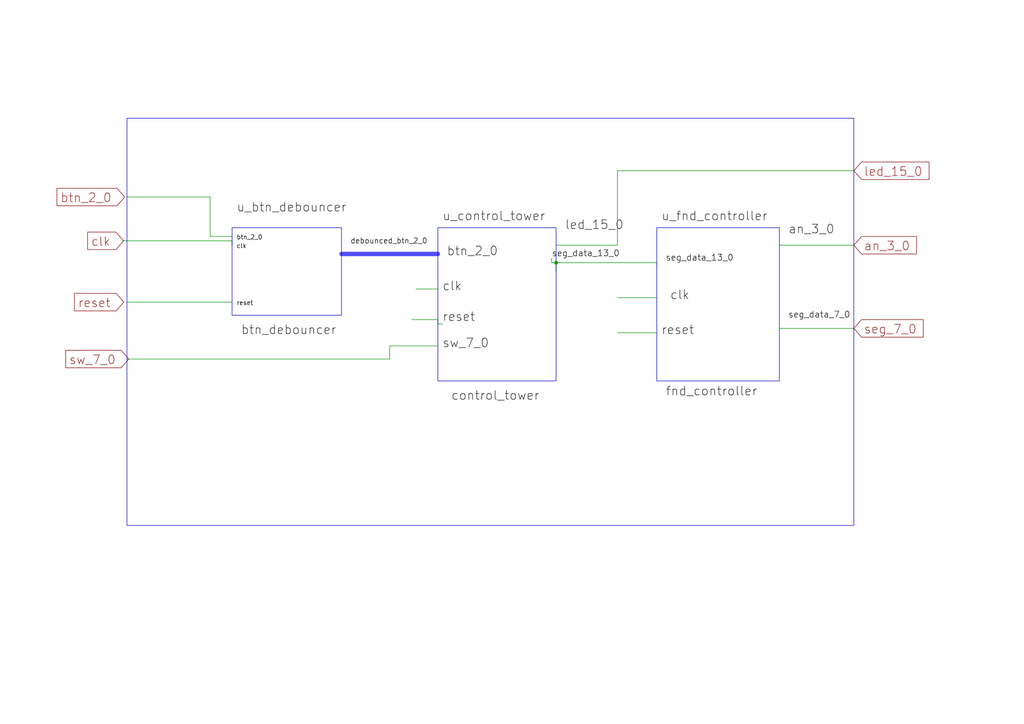
<source format=kicad_sch>
(kicad_sch
	(version 20250114)
	(generator "eeschema")
	(generator_version "9.0")
	(uuid "5000d8dd-d28d-483e-aa15-eca056733c41")
	(paper "A4")
	(lib_symbols)
	(rectangle
		(start 190.5 66.04)
		(end 226.06 110.49)
		(stroke
			(width 0)
			(type default)
		)
		(fill
			(type none)
		)
		(uuid 36818811-55fe-4df5-b98b-dc8350f7a9fd)
	)
	(rectangle
		(start 67.31 66.04)
		(end 99.06 91.44)
		(stroke
			(width 0)
			(type default)
		)
		(fill
			(type none)
		)
		(uuid ac42f125-5d8a-477a-b657-1dcf4d647129)
	)
	(rectangle
		(start 127 66.04)
		(end 161.29 110.49)
		(stroke
			(width 0)
			(type default)
		)
		(fill
			(type none)
		)
		(uuid b0ffbced-4046-4b5d-b612-5dd452ca70db)
	)
	(rectangle
		(start 36.83 34.29)
		(end 247.65 152.4)
		(stroke
			(width 0)
			(type default)
		)
		(fill
			(type none)
		)
		(uuid b19cff3c-c42c-4b36-b3e7-13153f5e4d57)
	)
	(junction
		(at 161.29 76.2)
		(diameter 0)
		(color 0 0 0 0)
		(uuid "008f0624-ab6d-4b36-b075-8d58b4e99766")
	)
	(wire
		(pts
			(xy 36.83 104.14) (xy 113.03 104.14)
		)
		(stroke
			(width 0)
			(type default)
		)
		(uuid "14e2e0d4-797d-4003-9400-610dc95a1577")
	)
	(wire
		(pts
			(xy 127 92.71) (xy 119.38 92.71)
		)
		(stroke
			(width 0)
			(type default)
		)
		(uuid "1684d7ea-d0a4-4554-a4c2-020a40862492")
	)
	(wire
		(pts
			(xy 127 93.98) (xy 127 92.71)
		)
		(stroke
			(width 0)
			(type default)
		)
		(uuid "22940739-83a0-4623-ba28-6bcdece7259c")
	)
	(wire
		(pts
			(xy 161.29 76.2) (xy 190.5 76.2)
		)
		(stroke
			(width 0)
			(type default)
		)
		(uuid "24928303-4f7f-4d7b-97ef-f133df01e185")
	)
	(wire
		(pts
			(xy 179.07 96.52) (xy 190.5 96.52)
		)
		(stroke
			(width 0)
			(type default)
		)
		(uuid "2c26d410-a529-4963-96f3-3894698536f2")
	)
	(wire
		(pts
			(xy 190.5 76.2) (xy 190.5 77.47)
		)
		(stroke
			(width 0)
			(type default)
		)
		(uuid "34324156-b411-4e3d-9a18-468e0c92bf9c")
	)
	(wire
		(pts
			(xy 226.06 71.12) (xy 247.65 71.12)
		)
		(stroke
			(width 0)
			(type default)
		)
		(uuid "3649f207-b31c-4b9c-89bb-fd308e67a6f9")
	)
	(wire
		(pts
			(xy 226.06 95.25) (xy 247.65 95.25)
		)
		(stroke
			(width 0)
			(type default)
		)
		(uuid "41f8b95b-dc3e-484c-ac7b-278364e937c7")
	)
	(bus
		(pts
			(xy 99.06 73.66) (xy 127 73.66)
		)
		(stroke
			(width 0.254)
			(type default)
			(color 109 107 255 1)
		)
		(uuid "473eb3c6-d274-44b8-a723-55e1112202db")
	)
	(wire
		(pts
			(xy 161.29 78.74) (xy 161.29 76.2)
		)
		(stroke
			(width 0)
			(type default)
		)
		(uuid "4f53c574-ea23-4aa2-be81-ce06e4045c70")
	)
	(wire
		(pts
			(xy 161.29 71.12) (xy 179.07 71.12)
		)
		(stroke
			(width 0)
			(type default)
		)
		(uuid "57ed56f6-62db-4ec8-8e2b-7d4252666392")
	)
	(wire
		(pts
			(xy 179.07 86.36) (xy 190.5 86.36)
		)
		(stroke
			(width 0)
			(type default)
		)
		(uuid "603666f6-063f-49af-a69f-4a6b89155f0f")
	)
	(wire
		(pts
			(xy 179.07 71.12) (xy 179.07 49.53)
		)
		(stroke
			(width 0)
			(type default)
		)
		(uuid "6b7ff7c4-b610-4942-aa91-fd26c3659649")
	)
	(wire
		(pts
			(xy 36.83 57.15) (xy 60.96 57.15)
		)
		(stroke
			(width 0)
			(type default)
		)
		(uuid "7b44fdfb-cdd1-4a3f-bce6-6638c6e4f1eb")
	)
	(wire
		(pts
			(xy 35.56 69.85) (xy 67.31 69.85)
		)
		(stroke
			(width 0)
			(type default)
		)
		(uuid "898f3d1a-b9ab-49ac-87a4-10a355a93e1a")
	)
	(wire
		(pts
			(xy 67.31 69.85) (xy 67.31 71.12)
		)
		(stroke
			(width 0)
			(type default)
		)
		(uuid "8d47123f-0d37-40e8-8573-5e06a2bc4935")
	)
	(wire
		(pts
			(xy 36.83 87.63) (xy 67.31 87.63)
		)
		(stroke
			(width 0)
			(type default)
		)
		(uuid "9097381a-66ce-42b8-b130-0e37c814eef0")
	)
	(wire
		(pts
			(xy 160.02 76.2) (xy 161.29 76.2)
		)
		(stroke
			(width 0)
			(type default)
		)
		(uuid "bb0bdb7e-074c-4635-8efb-58ba3d06294e")
	)
	(wire
		(pts
			(xy 160.02 74.93) (xy 160.02 76.2)
		)
		(stroke
			(width 0)
			(type default)
		)
		(uuid "c5dfde89-c720-4802-ab5e-745e1dcec9a6")
	)
	(wire
		(pts
			(xy 60.96 57.15) (xy 60.96 68.58)
		)
		(stroke
			(width 0)
			(type default)
		)
		(uuid "d37055cf-3992-4a52-a978-eee13e6387d5")
	)
	(wire
		(pts
			(xy 60.96 68.58) (xy 67.31 68.58)
		)
		(stroke
			(width 0)
			(type default)
		)
		(uuid "d52309dc-ac57-4c40-9150-239be37775fc")
	)
	(wire
		(pts
			(xy 179.07 49.53) (xy 247.65 49.53)
		)
		(stroke
			(width 0)
			(type default)
		)
		(uuid "d621fae6-52a8-4e8d-9dbc-c277acd385bf")
	)
	(wire
		(pts
			(xy 113.03 100.33) (xy 127 100.33)
		)
		(stroke
			(width 0)
			(type default)
		)
		(uuid "de248507-9a29-47a2-957b-202ed446537c")
	)
	(wire
		(pts
			(xy 127 93.98) (xy 128.27 93.98)
		)
		(stroke
			(width 0)
			(type default)
		)
		(uuid "e0a2f97f-83ef-4296-a4d4-45a4f11adf63")
	)
	(wire
		(pts
			(xy 99.06 73.66) (xy 127 73.66)
		)
		(stroke
			(width 1.27)
			(type solid)
			(color 81 78 255 1)
		)
		(uuid "f2a43766-a0a4-45ff-84fc-63b2adae6b1f")
	)
	(wire
		(pts
			(xy 120.65 83.82) (xy 127 83.82)
		)
		(stroke
			(width 0)
			(type default)
		)
		(uuid "fa37b47d-d0a1-4f8e-859b-65d51e04bf55")
	)
	(wire
		(pts
			(xy 113.03 104.14) (xy 113.03 100.33)
		)
		(stroke
			(width 0)
			(type default)
		)
		(uuid "fb264d50-b8a6-4ca0-80cd-8220d583fd72")
	)
	(label "btn_debouncer"
		(at 69.85 97.79 0)
		(effects
			(font
				(size 2.54 2.54)
			)
			(justify left bottom)
		)
		(uuid "08a6632d-b302-421e-8371-80e3d80d0399")
	)
	(label "seg_data_13_0"
		(at 160.02 74.93 0)
		(effects
			(font
				(size 1.778 1.778)
			)
			(justify left bottom)
		)
		(uuid "0cac3442-af34-418e-a0df-4d86c2a8d307")
	)
	(label "reset"
		(at 191.77 97.79 0)
		(effects
			(font
				(size 2.54 2.54)
			)
			(justify left bottom)
		)
		(uuid "218140df-7e9f-4da1-9df0-3f7379ac1b18")
	)
	(label "seg_data_7_0"
		(at 228.6 92.71 0)
		(effects
			(font
				(size 1.778 1.778)
			)
			(justify left bottom)
		)
		(uuid "28996431-b23a-46eb-a688-2e4a18027ef8")
	)
	(label "reset"
		(at 68.58 88.9 0)
		(effects
			(font
				(size 1.27 1.27)
			)
			(justify left bottom)
		)
		(uuid "304ad28a-8fa2-41e6-bc59-9bc30db2f9ba")
	)
	(label "clk"
		(at 194.31 87.63 0)
		(effects
			(font
				(size 2.54 2.54)
			)
			(justify left bottom)
		)
		(uuid "3e10e7e7-fac1-45f4-aa73-b8a29782139a")
	)
	(label "btn_2_0"
		(at 68.58 69.85 0)
		(effects
			(font
				(size 1.27 1.27)
			)
			(justify left bottom)
		)
		(uuid "5e20ed63-05ea-46ed-b839-a97ae678462a")
	)
	(label "led_15_0"
		(at 163.83 67.31 0)
		(effects
			(font
				(size 2.54 2.54)
			)
			(justify left bottom)
		)
		(uuid "6492ab14-1eba-4e75-acff-56022d25472e")
	)
	(label "btn_2_0"
		(at 129.54 74.93 0)
		(effects
			(font
				(size 2.54 2.54)
			)
			(justify left bottom)
		)
		(uuid "6cda0e6a-7947-4020-8174-94fa4f37f54f")
	)
	(label "u_control_tower"
		(at 128.27 64.77 0)
		(effects
			(font
				(size 2.54 2.54)
			)
			(justify left bottom)
		)
		(uuid "74701cf0-eadf-4705-bf48-d6a6d2bdfedb")
	)
	(label "debounced_btn_2_0"
		(at 101.6 71.12 0)
		(effects
			(font
				(size 1.524 1.524)
			)
			(justify left bottom)
		)
		(uuid "8e8b2676-b333-4bc4-b841-ae64499423b1")
	)
	(label "reset"
		(at 128.27 93.98 0)
		(effects
			(font
				(size 2.54 2.54)
			)
			(justify left bottom)
		)
		(uuid "96d3db75-8835-448f-a9dc-c858e5f41e07")
	)
	(label "u_btn_debouncer"
		(at 68.58 62.23 0)
		(effects
			(font
				(size 2.54 2.54)
			)
			(justify left bottom)
		)
		(uuid "b208d777-cb30-4bfd-90ef-91c607d4b4eb")
	)
	(label "control_tower"
		(at 130.81 116.84 0)
		(effects
			(font
				(size 2.54 2.54)
			)
			(justify left bottom)
		)
		(uuid "bdbecfa0-c331-4a03-ac63-cc9fffd27850")
	)
	(label "clk"
		(at 68.58 72.39 0)
		(effects
			(font
				(size 1.27 1.27)
			)
			(justify left bottom)
		)
		(uuid "befade53-7c49-42d5-8019-b6049eaabe9b")
	)
	(label "fnd_controller"
		(at 193.04 115.57 0)
		(effects
			(font
				(size 2.54 2.54)
			)
			(justify left bottom)
		)
		(uuid "c5b3cfa1-d0c9-4e3f-a8eb-0d3c00be52fa")
	)
	(label "sw_7_0"
		(at 128.27 101.6 0)
		(effects
			(font
				(size 2.54 2.54)
			)
			(justify left bottom)
		)
		(uuid "dad9dcb8-fbbe-41f0-9103-9bd8ce7e87b3")
	)
	(label "seg_data_13_0"
		(at 193.04 76.2 0)
		(effects
			(font
				(size 1.778 1.778)
			)
			(justify left bottom)
		)
		(uuid "e08c2a10-03ba-47f8-b67b-82ce0bb0123d")
	)
	(label "clk"
		(at 128.27 85.09 0)
		(effects
			(font
				(size 2.54 2.54)
			)
			(justify left bottom)
		)
		(uuid "e225bee3-c0af-4a47-95b3-74cff441ca00")
	)
	(label "an_3_0"
		(at 228.6 68.58 0)
		(effects
			(font
				(size 2.54 2.54)
			)
			(justify left bottom)
		)
		(uuid "e4d40676-518d-4353-be8f-e16031480ecb")
	)
	(label "u_fnd_controller"
		(at 191.77 64.77 0)
		(effects
			(font
				(size 2.54 2.54)
			)
			(justify left bottom)
		)
		(uuid "ea0e144f-62ed-4eb3-854c-c8b56ccd69b8")
	)
	(global_label "seg_7_0"
		(shape input)
		(at 247.65 95.25 0)
		(fields_autoplaced yes)
		(effects
			(font
				(size 2.54 2.54)
			)
			(justify left)
		)
		(uuid "0795d7b1-93e6-4f4c-8eb2-c0b246f17eaa")
		(property "Intersheetrefs" "${INTERSHEET_REFS}"
			(at 268.8591 95.25 0)
			(effects
				(font
					(size 1.27 1.27)
				)
				(justify left)
				(hide yes)
			)
		)
	)
	(global_label "reset"
		(shape output)
		(at 21.59 87.63 0)
		(fields_autoplaced yes)
		(effects
			(font
				(size 2.54 2.54)
			)
			(justify left)
		)
		(uuid "1a23e87d-8da9-4d54-8de8-89aa3616a166")
		(property "Intersheetrefs" "${INTERSHEET_REFS}"
			(at 36.9935 87.63 0)
			(effects
				(font
					(size 1.27 1.27)
				)
				(justify left)
				(hide yes)
			)
		)
	)
	(global_label "clk"
		(shape output)
		(at 25.4 69.85 0)
		(fields_autoplaced yes)
		(effects
			(font
				(size 2.54 2.54)
			)
			(justify left)
		)
		(uuid "6ac15097-a5d8-417d-bb2b-310bfb295c80")
		(property "Intersheetrefs" "${INTERSHEET_REFS}"
			(at 36.9331 69.85 0)
			(effects
				(font
					(size 1.27 1.27)
				)
				(justify left)
				(hide yes)
			)
		)
	)
	(global_label "led_15_0"
		(shape input)
		(at 247.65 49.53 0)
		(fields_autoplaced yes)
		(effects
			(font
				(size 2.54 2.54)
			)
			(justify left)
		)
		(uuid "757c23f2-6133-482d-86a9-69689c1e2c65")
		(property "Intersheetrefs" "${INTERSHEET_REFS}"
			(at 270.5524 49.53 0)
			(effects
				(font
					(size 1.27 1.27)
				)
				(justify left)
				(hide yes)
			)
		)
	)
	(global_label "an_3_0"
		(shape input)
		(at 247.65 71.12 0)
		(fields_autoplaced yes)
		(effects
			(font
				(size 2.54 2.54)
			)
			(justify left)
		)
		(uuid "851d2ec6-1655-4e27-974d-3bc10c6dc582")
		(property "Intersheetrefs" "${INTERSHEET_REFS}"
			(at 266.9239 71.12 0)
			(effects
				(font
					(size 1.27 1.27)
				)
				(justify left)
				(hide yes)
			)
		)
	)
	(global_label "sw_7_0"
		(shape output)
		(at 19.05 104.14 0)
		(fields_autoplaced yes)
		(effects
			(font
				(size 2.54 2.54)
			)
			(justify left)
		)
		(uuid "a75efe5a-45b2-4e0f-9252-7060a7fe25c9")
		(property "Intersheetrefs" "${INTERSHEET_REFS}"
			(at 38.4449 104.14 0)
			(effects
				(font
					(size 1.27 1.27)
				)
				(justify left)
				(hide yes)
			)
		)
	)
	(global_label "btn_2_0"
		(shape output)
		(at 16.51 57.15 0)
		(fields_autoplaced yes)
		(effects
			(font
				(size 2.54 2.54)
			)
			(justify left)
		)
		(uuid "c93151f3-fb16-4d67-8e66-637ca2632a31")
		(property "Intersheetrefs" "${INTERSHEET_REFS}"
			(at 37.2353 57.15 0)
			(effects
				(font
					(size 1.27 1.27)
				)
				(justify left)
				(hide yes)
			)
		)
	)
	(sheet_instances
		(path "/"
			(page "1")
		)
	)
	(embedded_fonts no)
)

</source>
